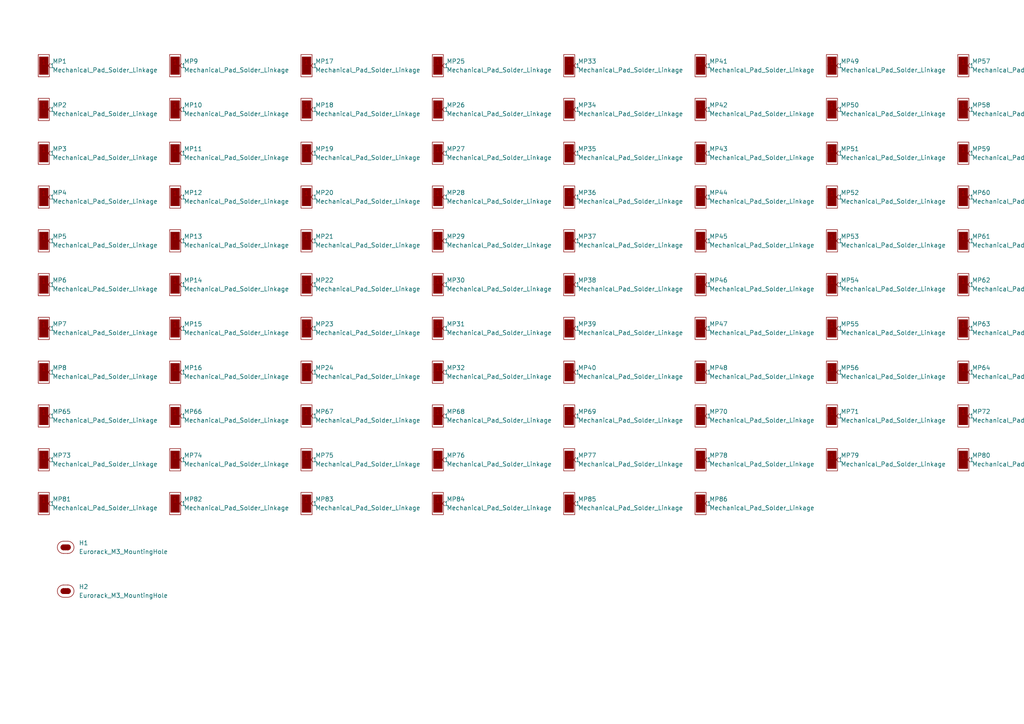
<source format=kicad_sch>
(kicad_sch (version 20231120) (generator "eeschema") (generator_version "8.0")
  (paper "A4")
  (lib_symbols
    (symbol "EXC:Eurorack_M3_MountingHole" (pin_names (offset 1.016)) (exclude_from_sim yes) (in_bom no)
      (property "Reference" "H" (at 0 5.08 0))
      (property "Value" "Eurorack_M3_MountingHole" (at 0 3.175 0))
      (symbol "Eurorack_M3_MountingHole_0_1"
        (circle (center -0.635 0) (radius 0.762) (fill (type outline)))
        (arc (start -0.635 0.762) (mid -1.397 0) (end -0.635 -0.762))
        (arc (start -0.635 1.778) (mid -2.413 0) (end -0.635 -1.778))
        (polyline (pts (xy -0.635 -1.778) (xy 0.635 -1.778)))
        (polyline (pts (xy -0.635 -0.762) (xy 0.635 -0.762)))
        (polyline (pts (xy -0.635 0.762) (xy 0.635 0.762)))
        (polyline (pts (xy 0.635 1.778) (xy -0.635 1.778)))
        (circle (center 0 0) (radius 0.762) (fill (type outline)))
        (arc (start 0.6141 -1.778) (mid 2.4131 0) (end 0.6141 1.778))
        (arc (start 0.6227 -0.762) (mid 1.3971 0) (end 0.6227 0.762))
        (circle (center 0.635 0) (radius 0.762) (fill (type outline)))
      )
    )
    (symbol "EXC:Mechanical_Pad_Solder_Linkage"
      (property "Reference" "MP" (at 0 4.318 0))
      (property "Value" "Mechanical_Pad_Solder_Linkage" (at 0 -4.318 0))
      (symbol "Mechanical_Pad_Solder_Linkage_0_1"
        (rectangle (start -1.6129 3.2258) (end 1.6129 -3.2258))
        (rectangle (start -1.27 2.54) (end 1.27 -2.54) (fill (type outline)))
      )
      (symbol "Mechanical_Pad_Solder_Linkage_1_1"
        (pin bidirectional non_logic (at -1.27 0 0) (length 2.54) (name "1") (number "1"))
      )
    )
  )
  (symbol (lib_id "EXC:Mechanical_Pad_Solder_Linkage") (at 88.9 19.05 0) (unit 1)
    (property "Reference" "MP17" (at 91.44 17.7799 0) (effects (justify left)))
    (property "Value" "Mechanical_Pad_Solder_Linkage" (at 91.44 20.3199 0) (effects (justify left)))
    (property "Footprint" "EXC:SolderWirePad_1x01_SMD_1x2mm" (effects (hide yes)))
    (property "Description" "Solder pad for mechanically connecting PCBs/etc." (effects (hide yes)))
  )
  (symbol (lib_id "EXC:Mechanical_Pad_Solder_Linkage") (at 279.4 31.75 0) (unit 1)
    (property "Reference" "MP58" (at 281.94 30.4799 0) (effects (justify left)))
    (property "Value" "Mechanical_Pad_Solder_Linkage" (at 281.94 33.0199 0) (effects (justify left)))
    (property "Footprint" "EXC:SolderWirePad_1x01_SMD_1x2mm" (effects (hide yes)))
    (property "Description" "Solder pad for mechanically connecting PCBs/etc." (effects (hide yes)))
  )
  (symbol (lib_id "EXC:Mechanical_Pad_Solder_Linkage") (at 241.3 82.55 0) (unit 1)
    (property "Reference" "MP54" (at 243.84 81.2799 0) (effects (justify left)))
    (property "Value" "Mechanical_Pad_Solder_Linkage" (at 243.84 83.8199 0) (effects (justify left)))
    (property "Footprint" "EXC:SolderWirePad_1x01_SMD_1x2mm" (effects (hide yes)))
    (property "Description" "Solder pad for mechanically connecting PCBs/etc." (effects (hide yes)))
  )
  (symbol (lib_id "EXC:Mechanical_Pad_Solder_Linkage") (at 88.9 44.45 0) (unit 1)
    (property "Reference" "MP19" (at 91.44 43.1799 0) (effects (justify left)))
    (property "Value" "Mechanical_Pad_Solder_Linkage" (at 91.44 45.7199 0) (effects (justify left)))
    (property "Footprint" "EXC:SolderWirePad_1x01_SMD_1x2mm" (effects (hide yes)))
    (property "Description" "Solder pad for mechanically connecting PCBs/etc." (effects (hide yes)))
  )
  (symbol (lib_id "EXC:Mechanical_Pad_Solder_Linkage") (at 127 95.25 0) (unit 1)
    (property "Reference" "MP31" (at 129.54 93.9799 0) (effects (justify left)))
    (property "Value" "Mechanical_Pad_Solder_Linkage" (at 129.54 96.5199 0) (effects (justify left)))
    (property "Footprint" "EXC:SolderWirePad_1x01_SMD_1x2mm" (effects (hide yes)))
    (property "Description" "Solder pad for mechanically connecting PCBs/etc." (effects (hide yes)))
  )
  (symbol (lib_id "EXC:Mechanical_Pad_Solder_Linkage") (at 165.1 69.85 0) (unit 1)
    (property "Reference" "MP37" (at 167.64 68.5799 0) (effects (justify left)))
    (property "Value" "Mechanical_Pad_Solder_Linkage" (at 167.64 71.1199 0) (effects (justify left)))
    (property "Footprint" "EXC:SolderWirePad_1x01_SMD_1x2mm" (effects (hide yes)))
    (property "Description" "Solder pad for mechanically connecting PCBs/etc." (effects (hide yes)))
  )
  (symbol (lib_id "EXC:Mechanical_Pad_Solder_Linkage") (at 241.3 44.45 0) (unit 1)
    (property "Reference" "MP51" (at 243.84 43.1799 0) (effects (justify left)))
    (property "Value" "Mechanical_Pad_Solder_Linkage" (at 243.84 45.7199 0) (effects (justify left)))
    (property "Footprint" "EXC:SolderWirePad_1x01_SMD_1x2mm" (effects (hide yes)))
    (property "Description" "Solder pad for mechanically connecting PCBs/etc." (effects (hide yes)))
  )
  (symbol (lib_id "EXC:Mechanical_Pad_Solder_Linkage") (at 203.2 69.85 0) (unit 1)
    (property "Reference" "MP45" (at 205.74 68.5799 0) (effects (justify left)))
    (property "Value" "Mechanical_Pad_Solder_Linkage" (at 205.74 71.1199 0) (effects (justify left)))
    (property "Footprint" "EXC:SolderWirePad_1x01_SMD_1x2mm" (effects (hide yes)))
    (property "Description" "Solder pad for mechanically connecting PCBs/etc." (effects (hide yes)))
  )
  (symbol (lib_id "EXC:Mechanical_Pad_Solder_Linkage") (at 88.9 95.25 0) (unit 1)
    (property "Reference" "MP23" (at 91.44 93.9799 0) (effects (justify left)))
    (property "Value" "Mechanical_Pad_Solder_Linkage" (at 91.44 96.5199 0) (effects (justify left)))
    (property "Footprint" "EXC:SolderWirePad_1x01_SMD_1x2mm" (effects (hide yes)))
    (property "Description" "Solder pad for mechanically connecting PCBs/etc." (effects (hide yes)))
  )
  (symbol (lib_id "EXC:Mechanical_Pad_Solder_Linkage") (at 241.3 133.35 0) (unit 1)
    (property "Reference" "MP79" (at 243.84 132.0799 0) (effects (justify left)))
    (property "Value" "Mechanical_Pad_Solder_Linkage" (at 243.84 134.6199 0) (effects (justify left)))
    (property "Footprint" "EXC:SolderWirePad_1x01_SMD_1x2mm" (effects (hide yes)))
    (property "Description" "Solder pad for mechanically connecting PCBs/etc." (effects (hide yes)))
  )
  (symbol (lib_id "EXC:Mechanical_Pad_Solder_Linkage") (at 279.4 69.85 0) (unit 1)
    (property "Reference" "MP61" (at 281.94 68.5799 0) (effects (justify left)))
    (property "Value" "Mechanical_Pad_Solder_Linkage" (at 281.94 71.1199 0) (effects (justify left)))
    (property "Footprint" "EXC:SolderWirePad_1x01_SMD_1x2mm" (effects (hide yes)))
    (property "Description" "Solder pad for mechanically connecting PCBs/etc." (effects (hide yes)))
  )
  (symbol (lib_id "EXC:Mechanical_Pad_Solder_Linkage") (at 279.4 57.15 0) (unit 1)
    (property "Reference" "MP60" (at 281.94 55.8799 0) (effects (justify left)))
    (property "Value" "Mechanical_Pad_Solder_Linkage" (at 281.94 58.4199 0) (effects (justify left)))
    (property "Footprint" "EXC:SolderWirePad_1x01_SMD_1x2mm" (effects (hide yes)))
    (property "Description" "Solder pad for mechanically connecting PCBs/etc." (effects (hide yes)))
  )
  (symbol (lib_id "EXC:Mechanical_Pad_Solder_Linkage") (at 203.2 133.35 0) (unit 1)
    (property "Reference" "MP78" (at 205.74 132.0799 0) (effects (justify left)))
    (property "Value" "Mechanical_Pad_Solder_Linkage" (at 205.74 134.6199 0) (effects (justify left)))
    (property "Footprint" "EXC:SolderWirePad_1x01_SMD_1x2mm" (effects (hide yes)))
    (property "Description" "Solder pad for mechanically connecting PCBs/etc." (effects (hide yes)))
  )
  (symbol (lib_id "EXC:Mechanical_Pad_Solder_Linkage") (at 203.2 95.25 0) (unit 1)
    (property "Reference" "MP47" (at 205.74 93.9799 0) (effects (justify left)))
    (property "Value" "Mechanical_Pad_Solder_Linkage" (at 205.74 96.5199 0) (effects (justify left)))
    (property "Footprint" "EXC:SolderWirePad_1x01_SMD_1x2mm" (effects (hide yes)))
    (property "Description" "Solder pad for mechanically connecting PCBs/etc." (effects (hide yes)))
  )
  (symbol (lib_id "EXC:Mechanical_Pad_Solder_Linkage") (at 88.9 146.05 0) (unit 1)
    (property "Reference" "MP83" (at 91.44 144.7799 0) (effects (justify left)))
    (property "Value" "Mechanical_Pad_Solder_Linkage" (at 91.44 147.3199 0) (effects (justify left)))
    (property "Footprint" "EXC:SolderWirePad_1x01_SMD_1x2mm" (effects (hide yes)))
    (property "Description" "Solder pad for mechanically connecting PCBs/etc." (effects (hide yes)))
  )
  (symbol (lib_id "EXC:Mechanical_Pad_Solder_Linkage") (at 203.2 19.05 0) (unit 1)
    (property "Reference" "MP41" (at 205.74 17.7799 0) (effects (justify left)))
    (property "Value" "Mechanical_Pad_Solder_Linkage" (at 205.74 20.3199 0) (effects (justify left)))
    (property "Footprint" "EXC:SolderWirePad_1x01_SMD_1x2mm" (effects (hide yes)))
    (property "Description" "Solder pad for mechanically connecting PCBs/etc." (effects (hide yes)))
  )
  (symbol (lib_id "EXC:Mechanical_Pad_Solder_Linkage") (at 127 133.35 0) (unit 1)
    (property "Reference" "MP76" (at 129.54 132.0799 0) (effects (justify left)))
    (property "Value" "Mechanical_Pad_Solder_Linkage" (at 129.54 134.6199 0) (effects (justify left)))
    (property "Footprint" "EXC:SolderWirePad_1x01_SMD_1x2mm" (effects (hide yes)))
    (property "Description" "Solder pad for mechanically connecting PCBs/etc." (effects (hide yes)))
  )
  (symbol (lib_id "EXC:Mechanical_Pad_Solder_Linkage") (at 12.7 44.45 0) (unit 1)
    (property "Reference" "MP3" (at 15.24 43.1799 0) (effects (justify left)))
    (property "Value" "Mechanical_Pad_Solder_Linkage" (at 15.24 45.7199 0) (effects (justify left)))
    (property "Footprint" "EXC:SolderWirePad_1x01_SMD_1x2mm" (effects (hide yes)))
    (property "Description" "Solder pad for mechanically connecting PCBs/etc." (effects (hide yes)))
  )
  (symbol (lib_id "EXC:Mechanical_Pad_Solder_Linkage") (at 165.1 146.05 0) (unit 1)
    (property "Reference" "MP85" (at 167.64 144.7799 0) (effects (justify left)))
    (property "Value" "Mechanical_Pad_Solder_Linkage" (at 167.64 147.3199 0) (effects (justify left)))
    (property "Footprint" "EXC:SolderWirePad_1x01_SMD_1x2mm" (effects (hide yes)))
    (property "Description" "Solder pad for mechanically connecting PCBs/etc." (effects (hide yes)))
  )
  (symbol (lib_id "EXC:Mechanical_Pad_Solder_Linkage") (at 127 69.85 0) (unit 1)
    (property "Reference" "MP29" (at 129.54 68.5799 0) (effects (justify left)))
    (property "Value" "Mechanical_Pad_Solder_Linkage" (at 129.54 71.1199 0) (effects (justify left)))
    (property "Footprint" "EXC:SolderWirePad_1x01_SMD_1x2mm" (effects (hide yes)))
    (property "Description" "Solder pad for mechanically connecting PCBs/etc." (effects (hide yes)))
  )
  (symbol (lib_id "EXC:Mechanical_Pad_Solder_Linkage") (at 12.7 82.55 0) (unit 1)
    (property "Reference" "MP6" (at 15.24 81.2799 0) (effects (justify left)))
    (property "Value" "Mechanical_Pad_Solder_Linkage" (at 15.24 83.8199 0) (effects (justify left)))
    (property "Footprint" "EXC:SolderWirePad_1x01_SMD_1x2mm" (effects (hide yes)))
    (property "Description" "Solder pad for mechanically connecting PCBs/etc." (effects (hide yes)))
  )
  (symbol (lib_id "EXC:Mechanical_Pad_Solder_Linkage") (at 203.2 120.65 0) (unit 1)
    (property "Reference" "MP70" (at 205.74 119.3799 0) (effects (justify left)))
    (property "Value" "Mechanical_Pad_Solder_Linkage" (at 205.74 121.9199 0) (effects (justify left)))
    (property "Footprint" "EXC:SolderWirePad_1x01_SMD_1x2mm" (effects (hide yes)))
    (property "Description" "Solder pad for mechanically connecting PCBs/etc." (effects (hide yes)))
  )
  (symbol (lib_id "EXC:Mechanical_Pad_Solder_Linkage") (at 165.1 107.95 0) (unit 1)
    (property "Reference" "MP40" (at 167.64 106.6799 0) (effects (justify left)))
    (property "Value" "Mechanical_Pad_Solder_Linkage" (at 167.64 109.2199 0) (effects (justify left)))
    (property "Footprint" "EXC:SolderWirePad_1x01_SMD_1x2mm" (effects (hide yes)))
    (property "Description" "Solder pad for mechanically connecting PCBs/etc." (effects (hide yes)))
  )
  (symbol (lib_id "EXC:Mechanical_Pad_Solder_Linkage") (at 203.2 31.75 0) (unit 1)
    (property "Reference" "MP42" (at 205.74 30.4799 0) (effects (justify left)))
    (property "Value" "Mechanical_Pad_Solder_Linkage" (at 205.74 33.0199 0) (effects (justify left)))
    (property "Footprint" "EXC:SolderWirePad_1x01_SMD_1x2mm" (effects (hide yes)))
    (property "Description" "Solder pad for mechanically connecting PCBs/etc." (effects (hide yes)))
  )
  (symbol (lib_id "EXC:Mechanical_Pad_Solder_Linkage") (at 241.3 31.75 0) (unit 1)
    (property "Reference" "MP50" (at 243.84 30.4799 0) (effects (justify left)))
    (property "Value" "Mechanical_Pad_Solder_Linkage" (at 243.84 33.0199 0) (effects (justify left)))
    (property "Footprint" "EXC:SolderWirePad_1x01_SMD_1x2mm" (effects (hide yes)))
    (property "Description" "Solder pad for mechanically connecting PCBs/etc." (effects (hide yes)))
  )
  (symbol (lib_id "EXC:Mechanical_Pad_Solder_Linkage") (at 12.7 57.15 0) (unit 1)
    (property "Reference" "MP4" (at 15.24 55.8799 0) (effects (justify left)))
    (property "Value" "Mechanical_Pad_Solder_Linkage" (at 15.24 58.4199 0) (effects (justify left)))
    (property "Footprint" "EXC:SolderWirePad_1x01_SMD_1x2mm" (effects (hide yes)))
    (property "Description" "Solder pad for mechanically connecting PCBs/etc." (effects (hide yes)))
  )
  (symbol (lib_id "EXC:Mechanical_Pad_Solder_Linkage") (at 50.8 107.95 0) (unit 1)
    (property "Reference" "MP16" (at 53.34 106.6799 0) (effects (justify left)))
    (property "Value" "Mechanical_Pad_Solder_Linkage" (at 53.34 109.2199 0) (effects (justify left)))
    (property "Footprint" "EXC:SolderWirePad_1x01_SMD_1x2mm" (effects (hide yes)))
    (property "Description" "Solder pad for mechanically connecting PCBs/etc." (effects (hide yes)))
  )
  (symbol (lib_id "EXC:Mechanical_Pad_Solder_Linkage") (at 203.2 107.95 0) (unit 1)
    (property "Reference" "MP48" (at 205.74 106.6799 0) (effects (justify left)))
    (property "Value" "Mechanical_Pad_Solder_Linkage" (at 205.74 109.2199 0) (effects (justify left)))
    (property "Footprint" "EXC:SolderWirePad_1x01_SMD_1x2mm" (effects (hide yes)))
    (property "Description" "Solder pad for mechanically connecting PCBs/etc." (effects (hide yes)))
  )
  (symbol (lib_id "EXC:Mechanical_Pad_Solder_Linkage") (at 88.9 57.15 0) (unit 1)
    (property "Reference" "MP20" (at 91.44 55.8799 0) (effects (justify left)))
    (property "Value" "Mechanical_Pad_Solder_Linkage" (at 91.44 58.4199 0) (effects (justify left)))
    (property "Footprint" "EXC:SolderWirePad_1x01_SMD_1x2mm" (effects (hide yes)))
    (property "Description" "Solder pad for mechanically connecting PCBs/etc." (effects (hide yes)))
  )
  (symbol (lib_id "EXC:Mechanical_Pad_Solder_Linkage") (at 165.1 95.25 0) (unit 1)
    (property "Reference" "MP39" (at 167.64 93.9799 0) (effects (justify left)))
    (property "Value" "Mechanical_Pad_Solder_Linkage" (at 167.64 96.5199 0) (effects (justify left)))
    (property "Footprint" "EXC:SolderWirePad_1x01_SMD_1x2mm" (effects (hide yes)))
    (property "Description" "Solder pad for mechanically connecting PCBs/etc." (effects (hide yes)))
  )
  (symbol (lib_id "EXC:Mechanical_Pad_Solder_Linkage") (at 279.4 120.65 0) (unit 1)
    (property "Reference" "MP72" (at 281.94 119.3799 0) (effects (justify left)))
    (property "Value" "Mechanical_Pad_Solder_Linkage" (at 281.94 121.9199 0) (effects (justify left)))
    (property "Footprint" "EXC:SolderWirePad_1x01_SMD_1x2mm" (effects (hide yes)))
    (property "Description" "Solder pad for mechanically connecting PCBs/etc." (effects (hide yes)))
  )
  (symbol (lib_id "EXC:Mechanical_Pad_Solder_Linkage") (at 12.7 19.05 0) (unit 1)
    (property "Reference" "MP1" (at 15.24 17.7799 0) (effects (justify left)))
    (property "Value" "Mechanical_Pad_Solder_Linkage" (at 15.24 20.3199 0) (effects (justify left)))
    (property "Footprint" "EXC:SolderWirePad_1x01_SMD_1x2mm" (effects (hide yes)))
    (property "Description" "Solder pad for mechanically connecting PCBs/etc." (effects (hide yes)))
  )
  (symbol (lib_id "EXC:Mechanical_Pad_Solder_Linkage") (at 50.8 82.55 0) (unit 1)
    (property "Reference" "MP14" (at 53.34 81.2799 0) (effects (justify left)))
    (property "Value" "Mechanical_Pad_Solder_Linkage" (at 53.34 83.8199 0) (effects (justify left)))
    (property "Footprint" "EXC:SolderWirePad_1x01_SMD_1x2mm" (effects (hide yes)))
    (property "Description" "Solder pad for mechanically connecting PCBs/etc." (effects (hide yes)))
  )
  (symbol (lib_id "EXC:Mechanical_Pad_Solder_Linkage") (at 12.7 31.75 0) (unit 1)
    (property "Reference" "MP2" (at 15.24 30.4799 0) (effects (justify left)))
    (property "Value" "Mechanical_Pad_Solder_Linkage" (at 15.24 33.0199 0) (effects (justify left)))
    (property "Footprint" "EXC:SolderWirePad_1x01_SMD_1x2mm" (effects (hide yes)))
    (property "Description" "Solder pad for mechanically connecting PCBs/etc." (effects (hide yes)))
  )
  (symbol (lib_id "EXC:Mechanical_Pad_Solder_Linkage") (at 203.2 82.55 0) (unit 1)
    (property "Reference" "MP46" (at 205.74 81.2799 0) (effects (justify left)))
    (property "Value" "Mechanical_Pad_Solder_Linkage" (at 205.74 83.8199 0) (effects (justify left)))
    (property "Footprint" "EXC:SolderWirePad_1x01_SMD_1x2mm" (effects (hide yes)))
    (property "Description" "Solder pad for mechanically connecting PCBs/etc." (effects (hide yes)))
  )
  (symbol (lib_id "EXC:Mechanical_Pad_Solder_Linkage") (at 127 44.45 0) (unit 1)
    (property "Reference" "MP27" (at 129.54 43.1799 0) (effects (justify left)))
    (property "Value" "Mechanical_Pad_Solder_Linkage" (at 129.54 45.7199 0) (effects (justify left)))
    (property "Footprint" "EXC:SolderWirePad_1x01_SMD_1x2mm" (effects (hide yes)))
    (property "Description" "Solder pad for mechanically connecting PCBs/etc." (effects (hide yes)))
  )
  (symbol (lib_id "EXC:Mechanical_Pad_Solder_Linkage") (at 12.7 95.25 0) (unit 1)
    (property "Reference" "MP7" (at 15.24 93.9799 0) (effects (justify left)))
    (property "Value" "Mechanical_Pad_Solder_Linkage" (at 15.24 96.5199 0) (effects (justify left)))
    (property "Footprint" "EXC:SolderWirePad_1x01_SMD_1x2mm" (effects (hide yes)))
    (property "Description" "Solder pad for mechanically connecting PCBs/etc." (effects (hide yes)))
  )
  (symbol (lib_id "EXC:Mechanical_Pad_Solder_Linkage") (at 165.1 31.75 0) (unit 1)
    (property "Reference" "MP34" (at 167.64 30.4799 0) (effects (justify left)))
    (property "Value" "Mechanical_Pad_Solder_Linkage" (at 167.64 33.0199 0) (effects (justify left)))
    (property "Footprint" "EXC:SolderWirePad_1x01_SMD_1x2mm" (effects (hide yes)))
    (property "Description" "Solder pad for mechanically connecting PCBs/etc." (effects (hide yes)))
  )
  (symbol (lib_id "EXC:Mechanical_Pad_Solder_Linkage") (at 127 82.55 0) (unit 1)
    (property "Reference" "MP30" (at 129.54 81.2799 0) (effects (justify left)))
    (property "Value" "Mechanical_Pad_Solder_Linkage" (at 129.54 83.8199 0) (effects (justify left)))
    (property "Footprint" "EXC:SolderWirePad_1x01_SMD_1x2mm" (effects (hide yes)))
    (property "Description" "Solder pad for mechanically connecting PCBs/etc." (effects (hide yes)))
  )
  (symbol (lib_id "EXC:Mechanical_Pad_Solder_Linkage") (at 50.8 95.25 0) (unit 1)
    (property "Reference" "MP15" (at 53.34 93.9799 0) (effects (justify left)))
    (property "Value" "Mechanical_Pad_Solder_Linkage" (at 53.34 96.5199 0) (effects (justify left)))
    (property "Footprint" "EXC:SolderWirePad_1x01_SMD_1x2mm" (effects (hide yes)))
    (property "Description" "Solder pad for mechanically connecting PCBs/etc." (effects (hide yes)))
  )
  (symbol (lib_id "EXC:Mechanical_Pad_Solder_Linkage") (at 241.3 120.65 0) (unit 1)
    (property "Reference" "MP71" (at 243.84 119.3799 0) (effects (justify left)))
    (property "Value" "Mechanical_Pad_Solder_Linkage" (at 243.84 121.9199 0) (effects (justify left)))
    (property "Footprint" "EXC:SolderWirePad_1x01_SMD_1x2mm" (effects (hide yes)))
    (property "Description" "Solder pad for mechanically connecting PCBs/etc." (effects (hide yes)))
  )
  (symbol (lib_id "EXC:Mechanical_Pad_Solder_Linkage") (at 12.7 69.85 0) (unit 1)
    (property "Reference" "MP5" (at 15.24 68.5799 0) (effects (justify left)))
    (property "Value" "Mechanical_Pad_Solder_Linkage" (at 15.24 71.1199 0) (effects (justify left)))
    (property "Footprint" "EXC:SolderWirePad_1x01_SMD_1x2mm" (effects (hide yes)))
    (property "Description" "Solder pad for mechanically connecting PCBs/etc." (effects (hide yes)))
  )
  (symbol (lib_id "EXC:Mechanical_Pad_Solder_Linkage") (at 203.2 44.45 0) (unit 1)
    (property "Reference" "MP43" (at 205.74 43.1799 0) (effects (justify left)))
    (property "Value" "Mechanical_Pad_Solder_Linkage" (at 205.74 45.7199 0) (effects (justify left)))
    (property "Footprint" "EXC:SolderWirePad_1x01_SMD_1x2mm" (effects (hide yes)))
    (property "Description" "Solder pad for mechanically connecting PCBs/etc." (effects (hide yes)))
  )
  (symbol (lib_id "EXC:Mechanical_Pad_Solder_Linkage") (at 127 57.15 0) (unit 1)
    (property "Reference" "MP28" (at 129.54 55.8799 0) (effects (justify left)))
    (property "Value" "Mechanical_Pad_Solder_Linkage" (at 129.54 58.4199 0) (effects (justify left)))
    (property "Footprint" "EXC:SolderWirePad_1x01_SMD_1x2mm" (effects (hide yes)))
    (property "Description" "Solder pad for mechanically connecting PCBs/etc." (effects (hide yes)))
  )
  (symbol (lib_id "EXC:Mechanical_Pad_Solder_Linkage") (at 50.8 31.75 0) (unit 1)
    (property "Reference" "MP10" (at 53.34 30.4799 0) (effects (justify left)))
    (property "Value" "Mechanical_Pad_Solder_Linkage" (at 53.34 33.0199 0) (effects (justify left)))
    (property "Footprint" "EXC:SolderWirePad_1x01_SMD_1x2mm" (effects (hide yes)))
    (property "Description" "Solder pad for mechanically connecting PCBs/etc." (effects (hide yes)))
  )
  (symbol (lib_id "EXC:Mechanical_Pad_Solder_Linkage") (at 165.1 120.65 0) (unit 1)
    (property "Reference" "MP69" (at 167.64 119.3799 0) (effects (justify left)))
    (property "Value" "Mechanical_Pad_Solder_Linkage" (at 167.64 121.9199 0) (effects (justify left)))
    (property "Footprint" "EXC:SolderWirePad_1x01_SMD_1x2mm" (effects (hide yes)))
    (property "Description" "Solder pad for mechanically connecting PCBs/etc." (effects (hide yes)))
  )
  (symbol (lib_id "EXC:Eurorack_M3_MountingHole") (at 19.05 171.45 0) (unit 1) (exclude_from_sim yes) (in_bom no)
    (property "Reference" "H2" (at 22.86 170.1799 0) (effects (justify left)))
    (property "Value" "Eurorack_M3_MountingHole" (at 22.86 172.7199 0) (effects (justify left)))
    (property "Footprint" "EXC:MountingHole_3.2mm_M3" (effects (hide yes)))
    (property "Description" "Mounting Hole without connection" (effects (hide yes)))
  )
  (symbol (lib_id "EXC:Mechanical_Pad_Solder_Linkage") (at 241.3 95.25 0) (unit 1)
    (property "Reference" "MP55" (at 243.84 93.9799 0) (effects (justify left)))
    (property "Value" "Mechanical_Pad_Solder_Linkage" (at 243.84 96.5199 0) (effects (justify left)))
    (property "Footprint" "EXC:SolderWirePad_1x01_SMD_1x2mm" (effects (hide yes)))
    (property "Description" "Solder pad for mechanically connecting PCBs/etc." (effects (hide yes)))
  )
  (symbol (lib_id "EXC:Mechanical_Pad_Solder_Linkage") (at 279.4 82.55 0) (unit 1)
    (property "Reference" "MP62" (at 281.94 81.2799 0) (effects (justify left)))
    (property "Value" "Mechanical_Pad_Solder_Linkage" (at 281.94 83.8199 0) (effects (justify left)))
    (property "Footprint" "EXC:SolderWirePad_1x01_SMD_1x2mm" (effects (hide yes)))
    (property "Description" "Solder pad for mechanically connecting PCBs/etc." (effects (hide yes)))
  )
  (symbol (lib_id "EXC:Mechanical_Pad_Solder_Linkage") (at 203.2 146.05 0) (unit 1)
    (property "Reference" "MP86" (at 205.74 144.7799 0) (effects (justify left)))
    (property "Value" "Mechanical_Pad_Solder_Linkage" (at 205.74 147.3199 0) (effects (justify left)))
    (property "Footprint" "EXC:SolderWirePad_1x01_SMD_1x2mm" (effects (hide yes)))
    (property "Description" "Solder pad for mechanically connecting PCBs/etc." (effects (hide yes)))
  )
  (symbol (lib_id "EXC:Mechanical_Pad_Solder_Linkage") (at 279.4 95.25 0) (unit 1)
    (property "Reference" "MP63" (at 281.94 93.9799 0) (effects (justify left)))
    (property "Value" "Mechanical_Pad_Solder_Linkage" (at 281.94 96.5199 0) (effects (justify left)))
    (property "Footprint" "EXC:SolderWirePad_1x01_SMD_1x2mm" (effects (hide yes)))
    (property "Description" "Solder pad for mechanically connecting PCBs/etc." (effects (hide yes)))
  )
  (symbol (lib_id "EXC:Mechanical_Pad_Solder_Linkage") (at 241.3 19.05 0) (unit 1)
    (property "Reference" "MP49" (at 243.84 17.7799 0) (effects (justify left)))
    (property "Value" "Mechanical_Pad_Solder_Linkage" (at 243.84 20.3199 0) (effects (justify left)))
    (property "Footprint" "EXC:SolderWirePad_1x01_SMD_1x2mm" (effects (hide yes)))
    (property "Description" "Solder pad for mechanically connecting PCBs/etc." (effects (hide yes)))
  )
  (symbol (lib_id "EXC:Mechanical_Pad_Solder_Linkage") (at 279.4 107.95 0) (unit 1)
    (property "Reference" "MP64" (at 281.94 106.6799 0) (effects (justify left)))
    (property "Value" "Mechanical_Pad_Solder_Linkage" (at 281.94 109.2199 0) (effects (justify left)))
    (property "Footprint" "EXC:SolderWirePad_1x01_SMD_1x2mm" (effects (hide yes)))
    (property "Description" "Solder pad for mechanically connecting PCBs/etc." (effects (hide yes)))
  )
  (symbol (lib_id "EXC:Mechanical_Pad_Solder_Linkage") (at 127 120.65 0) (unit 1)
    (property "Reference" "MP68" (at 129.54 119.3799 0) (effects (justify left)))
    (property "Value" "Mechanical_Pad_Solder_Linkage" (at 129.54 121.9199 0) (effects (justify left)))
    (property "Footprint" "EXC:SolderWirePad_1x01_SMD_1x2mm" (effects (hide yes)))
    (property "Description" "Solder pad for mechanically connecting PCBs/etc." (effects (hide yes)))
  )
  (symbol (lib_id "EXC:Mechanical_Pad_Solder_Linkage") (at 50.8 120.65 0) (unit 1)
    (property "Reference" "MP66" (at 53.34 119.3799 0) (effects (justify left)))
    (property "Value" "Mechanical_Pad_Solder_Linkage" (at 53.34 121.9199 0) (effects (justify left)))
    (property "Footprint" "EXC:SolderWirePad_1x01_SMD_1x2mm" (effects (hide yes)))
    (property "Description" "Solder pad for mechanically connecting PCBs/etc." (effects (hide yes)))
  )
  (symbol (lib_id "EXC:Mechanical_Pad_Solder_Linkage") (at 50.8 19.05 0) (unit 1)
    (property "Reference" "MP9" (at 53.34 17.7799 0) (effects (justify left)))
    (property "Value" "Mechanical_Pad_Solder_Linkage" (at 53.34 20.3199 0) (effects (justify left)))
    (property "Footprint" "EXC:SolderWirePad_1x01_SMD_1x2mm" (effects (hide yes)))
    (property "Description" "Solder pad for mechanically connecting PCBs/etc." (effects (hide yes)))
  )
  (symbol (lib_id "EXC:Mechanical_Pad_Solder_Linkage") (at 165.1 133.35 0) (unit 1)
    (property "Reference" "MP77" (at 167.64 132.0799 0) (effects (justify left)))
    (property "Value" "Mechanical_Pad_Solder_Linkage" (at 167.64 134.6199 0) (effects (justify left)))
    (property "Footprint" "EXC:SolderWirePad_1x01_SMD_1x2mm" (effects (hide yes)))
    (property "Description" "Solder pad for mechanically connecting PCBs/etc." (effects (hide yes)))
  )
  (symbol (lib_id "EXC:Mechanical_Pad_Solder_Linkage") (at 127 19.05 0) (unit 1)
    (property "Reference" "MP25" (at 129.54 17.7799 0) (effects (justify left)))
    (property "Value" "Mechanical_Pad_Solder_Linkage" (at 129.54 20.3199 0) (effects (justify left)))
    (property "Footprint" "EXC:SolderWirePad_1x01_SMD_1x2mm" (effects (hide yes)))
    (property "Description" "Solder pad for mechanically connecting PCBs/etc." (effects (hide yes)))
  )
  (symbol (lib_id "EXC:Mechanical_Pad_Solder_Linkage") (at 241.3 57.15 0) (unit 1)
    (property "Reference" "MP52" (at 243.84 55.8799 0) (effects (justify left)))
    (property "Value" "Mechanical_Pad_Solder_Linkage" (at 243.84 58.4199 0) (effects (justify left)))
    (property "Footprint" "EXC:SolderWirePad_1x01_SMD_1x2mm" (effects (hide yes)))
    (property "Description" "Solder pad for mechanically connecting PCBs/etc." (effects (hide yes)))
  )
  (symbol (lib_id "EXC:Mechanical_Pad_Solder_Linkage") (at 50.8 146.05 0) (unit 1)
    (property "Reference" "MP82" (at 53.34 144.7799 0) (effects (justify left)))
    (property "Value" "Mechanical_Pad_Solder_Linkage" (at 53.34 147.3199 0) (effects (justify left)))
    (property "Footprint" "EXC:SolderWirePad_1x01_SMD_1x2mm" (effects (hide yes)))
    (property "Description" "Solder pad for mechanically connecting PCBs/etc." (effects (hide yes)))
  )
  (symbol (lib_id "EXC:Mechanical_Pad_Solder_Linkage") (at 165.1 44.45 0) (unit 1)
    (property "Reference" "MP35" (at 167.64 43.1799 0) (effects (justify left)))
    (property "Value" "Mechanical_Pad_Solder_Linkage" (at 167.64 45.7199 0) (effects (justify left)))
    (property "Footprint" "EXC:SolderWirePad_1x01_SMD_1x2mm" (effects (hide yes)))
    (property "Description" "Solder pad for mechanically connecting PCBs/etc." (effects (hide yes)))
  )
  (symbol (lib_id "EXC:Mechanical_Pad_Solder_Linkage") (at 88.9 31.75 0) (unit 1)
    (property "Reference" "MP18" (at 91.44 30.4799 0) (effects (justify left)))
    (property "Value" "Mechanical_Pad_Solder_Linkage" (at 91.44 33.0199 0) (effects (justify left)))
    (property "Footprint" "EXC:SolderWirePad_1x01_SMD_1x2mm" (effects (hide yes)))
    (property "Description" "Solder pad for mechanically connecting PCBs/etc." (effects (hide yes)))
  )
  (symbol (lib_id "EXC:Mechanical_Pad_Solder_Linkage") (at 12.7 133.35 0) (unit 1)
    (property "Reference" "MP73" (at 15.24 132.0799 0) (effects (justify left)))
    (property "Value" "Mechanical_Pad_Solder_Linkage" (at 15.24 134.6199 0) (effects (justify left)))
    (property "Footprint" "EXC:SolderWirePad_1x01_SMD_1x2mm" (effects (hide yes)))
    (property "Description" "Solder pad for mechanically connecting PCBs/etc." (effects (hide yes)))
  )
  (symbol (lib_id "EXC:Mechanical_Pad_Solder_Linkage") (at 50.8 44.45 0) (unit 1)
    (property "Reference" "MP11" (at 53.34 43.1799 0) (effects (justify left)))
    (property "Value" "Mechanical_Pad_Solder_Linkage" (at 53.34 45.7199 0) (effects (justify left)))
    (property "Footprint" "EXC:SolderWirePad_1x01_SMD_1x2mm" (effects (hide yes)))
    (property "Description" "Solder pad for mechanically connecting PCBs/etc." (effects (hide yes)))
  )
  (symbol (lib_id "EXC:Mechanical_Pad_Solder_Linkage") (at 88.9 120.65 0) (unit 1)
    (property "Reference" "MP67" (at 91.44 119.3799 0) (effects (justify left)))
    (property "Value" "Mechanical_Pad_Solder_Linkage" (at 91.44 121.9199 0) (effects (justify left)))
    (property "Footprint" "EXC:SolderWirePad_1x01_SMD_1x2mm" (effects (hide yes)))
    (property "Description" "Solder pad for mechanically connecting PCBs/etc." (effects (hide yes)))
  )
  (symbol (lib_id "EXC:Mechanical_Pad_Solder_Linkage") (at 279.4 133.35 0) (unit 1)
    (property "Reference" "MP80" (at 281.94 132.0799 0) (effects (justify left)))
    (property "Value" "Mechanical_Pad_Solder_Linkage" (at 281.94 134.6199 0) (effects (justify left)))
    (property "Footprint" "EXC:SolderWirePad_1x01_SMD_1x2mm" (effects (hide yes)))
    (property "Description" "Solder pad for mechanically connecting PCBs/etc." (effects (hide yes)))
  )
  (symbol (lib_id "EXC:Mechanical_Pad_Solder_Linkage") (at 12.7 107.95 0) (unit 1)
    (property "Reference" "MP8" (at 15.24 106.6799 0) (effects (justify left)))
    (property "Value" "Mechanical_Pad_Solder_Linkage" (at 15.24 109.2199 0) (effects (justify left)))
    (property "Footprint" "EXC:SolderWirePad_1x01_SMD_1x2mm" (effects (hide yes)))
    (property "Description" "Solder pad for mechanically connecting PCBs/etc." (effects (hide yes)))
  )
  (symbol (lib_id "EXC:Mechanical_Pad_Solder_Linkage") (at 88.9 82.55 0) (unit 1)
    (property "Reference" "MP22" (at 91.44 81.2799 0) (effects (justify left)))
    (property "Value" "Mechanical_Pad_Solder_Linkage" (at 91.44 83.8199 0) (effects (justify left)))
    (property "Footprint" "EXC:SolderWirePad_1x01_SMD_1x2mm" (effects (hide yes)))
    (property "Description" "Solder pad for mechanically connecting PCBs/etc." (effects (hide yes)))
  )
  (symbol (lib_id "EXC:Mechanical_Pad_Solder_Linkage") (at 12.7 120.65 0) (unit 1)
    (property "Reference" "MP65" (at 15.24 119.3799 0) (effects (justify left)))
    (property "Value" "Mechanical_Pad_Solder_Linkage" (at 15.24 121.9199 0) (effects (justify left)))
    (property "Footprint" "EXC:SolderWirePad_1x01_SMD_1x2mm" (effects (hide yes)))
    (property "Description" "Solder pad for mechanically connecting PCBs/etc." (effects (hide yes)))
  )
  (symbol (lib_id "EXC:Mechanical_Pad_Solder_Linkage") (at 279.4 19.05 0) (unit 1)
    (property "Reference" "MP57" (at 281.94 17.7799 0) (effects (justify left)))
    (property "Value" "Mechanical_Pad_Solder_Linkage" (at 281.94 20.3199 0) (effects (justify left)))
    (property "Footprint" "EXC:SolderWirePad_1x01_SMD_1x2mm" (effects (hide yes)))
    (property "Description" "Solder pad for mechanically connecting PCBs/etc." (effects (hide yes)))
  )
  (symbol (lib_id "EXC:Mechanical_Pad_Solder_Linkage") (at 50.8 69.85 0) (unit 1)
    (property "Reference" "MP13" (at 53.34 68.5799 0) (effects (justify left)))
    (property "Value" "Mechanical_Pad_Solder_Linkage" (at 53.34 71.1199 0) (effects (justify left)))
    (property "Footprint" "EXC:SolderWirePad_1x01_SMD_1x2mm" (effects (hide yes)))
    (property "Description" "Solder pad for mechanically connecting PCBs/etc." (effects (hide yes)))
  )
  (symbol (lib_id "EXC:Mechanical_Pad_Solder_Linkage") (at 127 107.95 0) (unit 1)
    (property "Reference" "MP32" (at 129.54 106.6799 0) (effects (justify left)))
    (property "Value" "Mechanical_Pad_Solder_Linkage" (at 129.54 109.2199 0) (effects (justify left)))
    (property "Footprint" "EXC:SolderWirePad_1x01_SMD_1x2mm" (effects (hide yes)))
    (property "Description" "Solder pad for mechanically connecting PCBs/etc." (effects (hide yes)))
  )
  (symbol (lib_id "EXC:Mechanical_Pad_Solder_Linkage") (at 88.9 133.35 0) (unit 1)
    (property "Reference" "MP75" (at 91.44 132.0799 0) (effects (justify left)))
    (property "Value" "Mechanical_Pad_Solder_Linkage" (at 91.44 134.6199 0) (effects (justify left)))
    (property "Footprint" "EXC:SolderWirePad_1x01_SMD_1x2mm" (effects (hide yes)))
    (property "Description" "Solder pad for mechanically connecting PCBs/etc." (effects (hide yes)))
  )
  (symbol (lib_id "EXC:Mechanical_Pad_Solder_Linkage") (at 165.1 82.55 0) (unit 1)
    (property "Reference" "MP38" (at 167.64 81.2799 0) (effects (justify left)))
    (property "Value" "Mechanical_Pad_Solder_Linkage" (at 167.64 83.8199 0) (effects (justify left)))
    (property "Footprint" "EXC:SolderWirePad_1x01_SMD_1x2mm" (effects (hide yes)))
    (property "Description" "Solder pad for mechanically connecting PCBs/etc." (effects (hide yes)))
  )
  (symbol (lib_id "EXC:Mechanical_Pad_Solder_Linkage") (at 165.1 57.15 0) (unit 1)
    (property "Reference" "MP36" (at 167.64 55.8799 0) (effects (justify left)))
    (property "Value" "Mechanical_Pad_Solder_Linkage" (at 167.64 58.4199 0) (effects (justify left)))
    (property "Footprint" "EXC:SolderWirePad_1x01_SMD_1x2mm" (effects (hide yes)))
    (property "Description" "Solder pad for mechanically connecting PCBs/etc." (effects (hide yes)))
  )
  (symbol (lib_id "EXC:Mechanical_Pad_Solder_Linkage") (at 241.3 107.95 0) (unit 1)
    (property "Reference" "MP56" (at 243.84 106.6799 0) (effects (justify left)))
    (property "Value" "Mechanical_Pad_Solder_Linkage" (at 243.84 109.2199 0) (effects (justify left)))
    (property "Footprint" "EXC:SolderWirePad_1x01_SMD_1x2mm" (effects (hide yes)))
    (property "Description" "Solder pad for mechanically connecting PCBs/etc." (effects (hide yes)))
  )
  (symbol (lib_id "EXC:Mechanical_Pad_Solder_Linkage") (at 127 31.75 0) (unit 1)
    (property "Reference" "MP26" (at 129.54 30.4799 0) (effects (justify left)))
    (property "Value" "Mechanical_Pad_Solder_Linkage" (at 129.54 33.0199 0) (effects (justify left)))
    (property "Footprint" "EXC:SolderWirePad_1x01_SMD_1x2mm" (effects (hide yes)))
    (property "Description" "Solder pad for mechanically connecting PCBs/etc." (effects (hide yes)))
  )
  (symbol (lib_id "EXC:Mechanical_Pad_Solder_Linkage") (at 50.8 57.15 0) (unit 1)
    (property "Reference" "MP12" (at 53.34 55.8799 0) (effects (justify left)))
    (property "Value" "Mechanical_Pad_Solder_Linkage" (at 53.34 58.4199 0) (effects (justify left)))
    (property "Footprint" "EXC:SolderWirePad_1x01_SMD_1x2mm" (effects (hide yes)))
    (property "Description" "Solder pad for mechanically connecting PCBs/etc." (effects (hide yes)))
  )
  (symbol (lib_id "EXC:Eurorack_M3_MountingHole") (at 19.05 158.75 0) (unit 1) (exclude_from_sim yes) (in_bom no)
    (property "Reference" "H1" (at 22.86 157.4799 0) (effects (justify left)))
    (property "Value" "Eurorack_M3_MountingHole" (at 22.86 160.0199 0) (effects (justify left)))
    (property "Footprint" "EXC:MountingHole_3.2mm_M3" (effects (hide yes)))
    (property "Description" "Mounting Hole without connection" (effects (hide yes)))
  )
  (symbol (lib_id "EXC:Mechanical_Pad_Solder_Linkage") (at 241.3 69.85 0) (unit 1)
    (property "Reference" "MP53" (at 243.84 68.5799 0) (effects (justify left)))
    (property "Value" "Mechanical_Pad_Solder_Linkage" (at 243.84 71.1199 0) (effects (justify left)))
    (property "Footprint" "EXC:SolderWirePad_1x01_SMD_1x2mm" (effects (hide yes)))
    (property "Description" "Solder pad for mechanically connecting PCBs/etc." (effects (hide yes)))
  )
  (symbol (lib_id "EXC:Mechanical_Pad_Solder_Linkage") (at 203.2 57.15 0) (unit 1)
    (property "Reference" "MP44" (at 205.74 55.8799 0) (effects (justify left)))
    (property "Value" "Mechanical_Pad_Solder_Linkage" (at 205.74 58.4199 0) (effects (justify left)))
    (property "Footprint" "EXC:SolderWirePad_1x01_SMD_1x2mm" (effects (hide yes)))
    (property "Description" "Solder pad for mechanically connecting PCBs/etc." (effects (hide yes)))
  )
  (symbol (lib_id "EXC:Mechanical_Pad_Solder_Linkage") (at 88.9 69.85 0) (unit 1)
    (property "Reference" "MP21" (at 91.44 68.5799 0) (effects (justify left)))
    (property "Value" "Mechanical_Pad_Solder_Linkage" (at 91.44 71.1199 0) (effects (justify left)))
    (property "Footprint" "EXC:SolderWirePad_1x01_SMD_1x2mm" (effects (hide yes)))
    (property "Description" "Solder pad for mechanically connecting PCBs/etc." (effects (hide yes)))
  )
  (symbol (lib_id "EXC:Mechanical_Pad_Solder_Linkage") (at 12.7 146.05 0) (unit 1)
    (property "Reference" "MP81" (at 15.24 144.7799 0) (effects (justify left)))
    (property "Value" "Mechanical_Pad_Solder_Linkage" (at 15.24 147.3199 0) (effects (justify left)))
    (property "Footprint" "EXC:SolderWirePad_1x01_SMD_1x2mm" (effects (hide yes)))
    (property "Description" "Solder pad for mechanically connecting PCBs/etc." (effects (hide yes)))
  )
  (symbol (lib_id "EXC:Mechanical_Pad_Solder_Linkage") (at 88.9 107.95 0) (unit 1)
    (property "Reference" "MP24" (at 91.44 106.6799 0) (effects (justify left)))
    (property "Value" "Mechanical_Pad_Solder_Linkage" (at 91.44 109.2199 0) (effects (justify left)))
    (property "Footprint" "EXC:SolderWirePad_1x01_SMD_1x2mm" (effects (hide yes)))
    (property "Description" "Solder pad for mechanically connecting PCBs/etc." (effects (hide yes)))
  )
  (symbol (lib_id "EXC:Mechanical_Pad_Solder_Linkage") (at 165.1 19.05 0) (unit 1)
    (property "Reference" "MP33" (at 167.64 17.7799 0) (effects (justify left)))
    (property "Value" "Mechanical_Pad_Solder_Linkage" (at 167.64 20.3199 0) (effects (justify left)))
    (property "Footprint" "EXC:SolderWirePad_1x01_SMD_1x2mm" (effects (hide yes)))
    (property "Description" "Solder pad for mechanically connecting PCBs/etc." (effects (hide yes)))
  )
  (symbol (lib_id "EXC:Mechanical_Pad_Solder_Linkage") (at 50.8 133.35 0) (unit 1)
    (property "Reference" "MP74" (at 53.34 132.0799 0) (effects (justify left)))
    (property "Value" "Mechanical_Pad_Solder_Linkage" (at 53.34 134.6199 0) (effects (justify left)))
    (property "Footprint" "EXC:SolderWirePad_1x01_SMD_1x2mm" (effects (hide yes)))
    (property "Description" "Solder pad for mechanically connecting PCBs/etc." (effects (hide yes)))
  )
  (symbol (lib_id "EXC:Mechanical_Pad_Solder_Linkage") (at 279.4 44.45 0) (unit 1)
    (property "Reference" "MP59" (at 281.94 43.1799 0) (effects (justify left)))
    (property "Value" "Mechanical_Pad_Solder_Linkage" (at 281.94 45.7199 0) (effects (justify left)))
    (property "Footprint" "EXC:SolderWirePad_1x01_SMD_1x2mm" (effects (hide yes)))
    (property "Description" "Solder pad for mechanically connecting PCBs/etc." (effects (hide yes)))
  )
  (symbol (lib_id "EXC:Mechanical_Pad_Solder_Linkage") (at 127 146.05 0) (unit 1)
    (property "Reference" "MP84" (at 129.54 144.7799 0) (effects (justify left)))
    (property "Value" "Mechanical_Pad_Solder_Linkage" (at 129.54 147.3199 0) (effects (justify left)))
    (property "Footprint" "EXC:SolderWirePad_1x01_SMD_1x2mm" (effects (hide yes)))
    (property "Description" "Solder pad for mechanically connecting PCBs/etc." (effects (hide yes)))
  )
)
</source>
